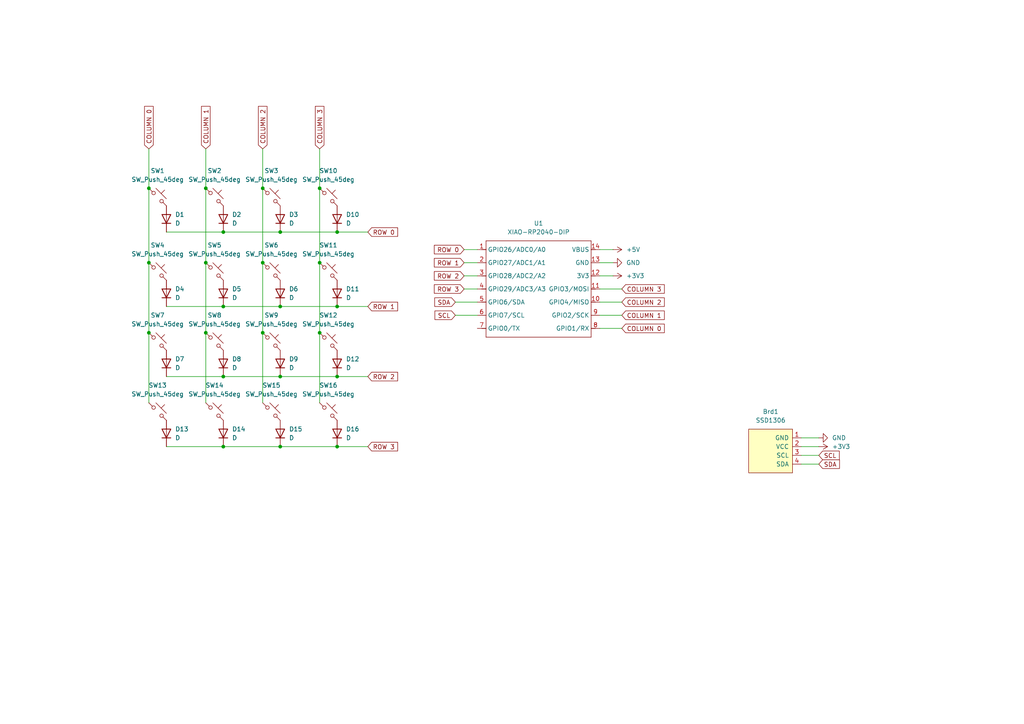
<source format=kicad_sch>
(kicad_sch (version 20250114) (generator "eeschema") (generator_version "9.0")
  (paper "A4")
  (lib_symbols
    (symbol "Device:D" (pin_numbers (hide yes)) (pin_names (offset 1.016) (hide yes))
      (property "Reference" "D" (at 0 2.54 0))
      (property "Value" "D" (at 0 -2.54 0))
      (symbol "D_0_1"
        (polyline (pts (xy -1.27 1.27) (xy -1.27 -1.27)) (stroke (width 0.254)))
        (polyline (pts (xy 1.27 1.27) (xy 1.27 -1.27) (xy -1.27 0) (xy 1.27 1.27)) (stroke (width 0.254)))
        (polyline (pts (xy 1.27 0) (xy -1.27 0)))
      )
      (symbol "D_1_1"
        (pin passive line (at -3.81 0 0) (length 2.54) (name "K") (number "1"))
        (pin passive line (at 3.81 0 180) (length 2.54) (name "A") (number "2"))
      )
    )
    (symbol "SSD1306-128x64_OLED:SSD1306" (pin_names (offset 1.016))
      (property "Reference" "Brd" (at 0 -3.81 0))
      (property "Value" "SSD1306" (at 0 -1.27 0))
      (symbol "SSD1306_0_1"
        (rectangle (start -6.35 6.35) (end 6.35 -6.35) (fill (type background)))
      )
      (symbol "SSD1306_1_1"
        (pin input line (at -3.81 8.89 270) (length 2.54) (name "GND") (number "1"))
        (pin input line (at -1.27 8.89 270) (length 2.54) (name "VCC") (number "2"))
        (pin input line (at 1.27 8.89 270) (length 2.54) (name "SCL") (number "3"))
        (pin input line (at 3.81 8.89 270) (length 2.54) (name "SDA") (number "4"))
      )
    )
    (symbol "Seeed_Studio_XIAO_Series:XIAO-RP2040-DIP"
      (property "Reference" "U" (at 0 0 0))
      (property "Value" "XIAO-RP2040-DIP" (at 5.334 -1.778 0))
      (symbol "XIAO-RP2040-DIP_1_0"
        (polyline (pts (xy -1.27 -2.54) (xy 29.21 -2.54)) (stroke (width 0.1524)))
        (polyline (pts (xy -1.27 -5.08) (xy -2.54 -5.08)) (stroke (width 0.1524)))
        (polyline (pts (xy -1.27 -5.08) (xy -1.27 -2.54)) (stroke (width 0.1524)))
        (polyline (pts (xy -1.27 -8.89) (xy -2.54 -8.89)) (stroke (width 0.1524)))
        (polyline (pts (xy -1.27 -8.89) (xy -1.27 -5.08)) (stroke (width 0.1524)))
        (polyline (pts (xy -1.27 -12.7) (xy -2.54 -12.7)) (stroke (width 0.1524)))
        (polyline (pts (xy -1.27 -12.7) (xy -1.27 -8.89)) (stroke (width 0.1524)))
        (polyline (pts (xy -1.27 -16.51) (xy -2.54 -16.51)) (stroke (width 0.1524)))
        (polyline (pts (xy -1.27 -16.51) (xy -1.27 -12.7)) (stroke (width 0.1524)))
        (polyline (pts (xy -1.27 -20.32) (xy -2.54 -20.32)) (stroke (width 0.1524)))
        (polyline (pts (xy -1.27 -24.13) (xy -2.54 -24.13)) (stroke (width 0.1524)))
        (polyline (pts (xy -1.27 -27.94) (xy -2.54 -27.94)) (stroke (width 0.1524)))
        (polyline (pts (xy -1.27 -30.48) (xy -1.27 -16.51)) (stroke (width 0.1524)))
        (polyline (pts (xy 29.21 -2.54) (xy 29.21 -5.08)) (stroke (width 0.1524)))
        (polyline (pts (xy 29.21 -5.08) (xy 29.21 -8.89)) (stroke (width 0.1524)))
        (polyline (pts (xy 29.21 -8.89) (xy 29.21 -12.7)) (stroke (width 0.1524)))
        (polyline (pts (xy 29.21 -12.7) (xy 29.21 -30.48)) (stroke (width 0.1524)))
        (polyline (pts (xy 29.21 -30.48) (xy -1.27 -30.48)) (stroke (width 0.1524)))
        (polyline (pts (xy 30.48 -5.08) (xy 29.21 -5.08)) (stroke (width 0.1524)))
        (polyline (pts (xy 30.48 -8.89) (xy 29.21 -8.89)) (stroke (width 0.1524)))
        (polyline (pts (xy 30.48 -12.7) (xy 29.21 -12.7)) (stroke (width 0.1524)))
        (polyline (pts (xy 30.48 -16.51) (xy 29.21 -16.51)) (stroke (width 0.1524)))
        (polyline (pts (xy 30.48 -20.32) (xy 29.21 -20.32)) (stroke (width 0.1524)))
        (polyline (pts (xy 30.48 -24.13) (xy 29.21 -24.13)) (stroke (width 0.1524)))
        (polyline (pts (xy 30.48 -27.94) (xy 29.21 -27.94)) (stroke (width 0.1524)))
        (pin passive line (at -3.81 -5.08 0) (length 2.54) (name "GPIO26/ADC0/A0") (number "1"))
        (pin passive line (at -3.81 -8.89 0) (length 2.54) (name "GPIO27/ADC1/A1") (number "2"))
        (pin passive line (at -3.81 -12.7 0) (length 2.54) (name "GPIO28/ADC2/A2") (number "3"))
        (pin passive line (at -3.81 -16.51 0) (length 2.54) (name "GPIO29/ADC3/A3") (number "4"))
        (pin passive line (at -3.81 -20.32 0) (length 2.54) (name "GPIO6/SDA") (number "5"))
        (pin passive line (at -3.81 -24.13 0) (length 2.54) (name "GPIO7/SCL") (number "6"))
        (pin passive line (at -3.81 -27.94 0) (length 2.54) (name "GPIO0/TX") (number "7"))
        (pin passive line (at 31.75 -5.08 180) (length 2.54) (name "VBUS") (number "14"))
        (pin passive line (at 31.75 -8.89 180) (length 2.54) (name "GND") (number "13"))
        (pin passive line (at 31.75 -12.7 180) (length 2.54) (name "3V3") (number "12"))
        (pin passive line (at 31.75 -16.51 180) (length 2.54) (name "GPIO3/MOSI") (number "11"))
        (pin passive line (at 31.75 -20.32 180) (length 2.54) (name "GPIO4/MISO") (number "10"))
        (pin passive line (at 31.75 -24.13 180) (length 2.54) (name "GPIO2/SCK") (number "9"))
        (pin passive line (at 31.75 -27.94 180) (length 2.54) (name "GPIO1/RX") (number "8"))
      )
    )
    (symbol "Switch:SW_Push_45deg" (pin_numbers (hide yes)) (pin_names (offset 1.016) (hide yes))
      (property "Reference" "SW" (at 3.048 1.016 0))
      (property "Value" "SW_Push_45deg" (at 0 -3.81 0))
      (symbol "SW_Push_45deg_0_1"
        (polyline (pts (xy -2.54 2.54) (xy -1.524 1.524) (xy -1.524 1.524)))
        (circle (center -1.1684 1.1684) (radius 0.508))
        (polyline (pts (xy -0.508 2.54) (xy 2.54 -0.508)))
        (polyline (pts (xy 1.016 1.016) (xy 2.032 2.032)))
        (circle (center 1.143 -1.1938) (radius 0.508))
        (polyline (pts (xy 1.524 -1.524) (xy 2.54 -2.54) (xy 2.54 -2.54) (xy 2.54 -2.54)))
        (pin passive line (at -2.54 2.54 0) (length 0) (name "1") (number "1"))
        (pin passive line (at 2.54 -2.54 180) (length 0) (name "2") (number "2"))
      )
    )
    (symbol "power:+3V3" (power) (pin_numbers (hide yes)) (pin_names (offset 0) (hide yes))
      (property "Value" "+3V3" (at 0 3.556 0))
      (symbol "+3V3_0_1"
        (polyline (pts (xy -0.762 1.27) (xy 0 2.54)))
        (polyline (pts (xy 0 2.54) (xy 0.762 1.27)))
        (polyline (pts (xy 0 0) (xy 0 2.54)))
      )
      (symbol "+3V3_1_1"
        (pin power_in line (at 0 0 90) (length 0) (name "~") (number "1"))
      )
    )
    (symbol "power:+5V" (power) (pin_numbers (hide yes)) (pin_names (offset 0) (hide yes))
      (property "Value" "+5V" (at 0 3.556 0))
      (symbol "+5V_0_1"
        (polyline (pts (xy -0.762 1.27) (xy 0 2.54)))
        (polyline (pts (xy 0 2.54) (xy 0.762 1.27)))
        (polyline (pts (xy 0 0) (xy 0 2.54)))
      )
      (symbol "+5V_1_1"
        (pin power_in line (at 0 0 90) (length 0) (name "~") (number "1"))
      )
    )
    (symbol "power:GND" (power) (pin_numbers (hide yes)) (pin_names (offset 0) (hide yes))
      (property "Value" "GND" (at 0 -3.81 0))
      (symbol "GND_0_1"
        (polyline (pts (xy 0 0) (xy 0 -1.27) (xy 1.27 -1.27) (xy 0 -2.54) (xy -1.27 -1.27) (xy 0 -1.27)))
      )
      (symbol "GND_1_1"
        (pin power_in line (at 0 0 270) (length 0) (name "~") (number "1"))
      )
    )
  )
  (junction (at 64.77 109.22))
  (junction (at 64.77 129.54))
  (junction (at 92.71 76.2))
  (junction (at 43.18 54.61))
  (junction (at 76.2 76.2))
  (junction (at 43.18 76.2))
  (junction (at 92.71 96.52))
  (junction (at 97.79 109.22))
  (junction (at 81.28 129.54))
  (junction (at 81.28 88.9))
  (junction (at 59.69 76.2))
  (junction (at 81.28 109.22))
  (junction (at 59.69 96.52))
  (junction (at 59.69 54.61))
  (junction (at 43.18 96.52))
  (junction (at 92.71 54.61))
  (junction (at 97.79 67.31))
  (junction (at 76.2 54.61))
  (junction (at 76.2 96.52))
  (junction (at 97.79 129.54))
  (junction (at 64.77 67.31))
  (junction (at 97.79 88.9))
  (junction (at 81.28 67.31))
  (junction (at 64.77 88.9))
  (wire (pts (xy 232.41 127) (xy 237.49 127)))
  (wire (pts (xy 59.69 54.61) (xy 59.69 76.2)))
  (wire (pts (xy 180.34 95.25) (xy 173.99 95.25)))
  (wire (pts (xy 173.99 83.82) (xy 180.34 83.82)))
  (wire (pts (xy 48.26 88.9) (xy 64.77 88.9)))
  (wire (pts (xy 43.18 43.18) (xy 43.18 54.61)))
  (wire (pts (xy 97.79 67.31) (xy 106.68 67.31)))
  (wire (pts (xy 59.69 43.18) (xy 59.69 54.61)))
  (wire (pts (xy 173.99 87.63) (xy 180.34 87.63)))
  (wire (pts (xy 81.28 109.22) (xy 97.79 109.22)))
  (wire (pts (xy 232.41 132.08) (xy 237.49 132.08)))
  (wire (pts (xy 134.62 83.82) (xy 138.43 83.82)))
  (wire (pts (xy 173.99 72.39) (xy 177.8 72.39)))
  (wire (pts (xy 76.2 96.52) (xy 76.2 116.84)))
  (wire (pts (xy 43.18 54.61) (xy 43.18 76.2)))
  (wire (pts (xy 97.79 129.54) (xy 106.68 129.54)))
  (wire (pts (xy 64.77 129.54) (xy 81.28 129.54)))
  (wire (pts (xy 97.79 109.22) (xy 106.68 109.22)))
  (wire (pts (xy 76.2 43.18) (xy 76.2 54.61)))
  (wire (pts (xy 92.71 76.2) (xy 92.71 96.52)))
  (wire (pts (xy 81.28 129.54) (xy 97.79 129.54)))
  (wire (pts (xy 134.62 80.01) (xy 138.43 80.01)))
  (wire (pts (xy 76.2 54.61) (xy 76.2 76.2)))
  (wire (pts (xy 81.28 88.9) (xy 97.79 88.9)))
  (wire (pts (xy 81.28 67.31) (xy 97.79 67.31)))
  (wire (pts (xy 48.26 129.54) (xy 64.77 129.54)))
  (wire (pts (xy 92.71 96.52) (xy 92.71 116.84)))
  (wire (pts (xy 64.77 67.31) (xy 81.28 67.31)))
  (wire (pts (xy 132.08 87.63) (xy 138.43 87.63)))
  (wire (pts (xy 76.2 76.2) (xy 76.2 96.52)))
  (wire (pts (xy 48.26 67.31) (xy 64.77 67.31)))
  (wire (pts (xy 64.77 109.22) (xy 81.28 109.22)))
  (wire (pts (xy 92.71 54.61) (xy 92.71 76.2)))
  (wire (pts (xy 43.18 76.2) (xy 43.18 96.52)))
  (wire (pts (xy 232.41 134.62) (xy 237.49 134.62)))
  (wire (pts (xy 173.99 76.2) (xy 177.8 76.2)))
  (wire (pts (xy 64.77 88.9) (xy 81.28 88.9)))
  (wire (pts (xy 43.18 96.52) (xy 43.18 116.84)))
  (wire (pts (xy 97.79 88.9) (xy 106.68 88.9)))
  (wire (pts (xy 59.69 76.2) (xy 59.69 96.52)))
  (wire (pts (xy 232.41 129.54) (xy 237.49 129.54)))
  (wire (pts (xy 48.26 109.22) (xy 64.77 109.22)))
  (wire (pts (xy 92.71 43.18) (xy 92.71 54.61)))
  (wire (pts (xy 173.99 91.44) (xy 180.34 91.44)))
  (wire (pts (xy 134.62 76.2) (xy 138.43 76.2)))
  (wire (pts (xy 134.62 72.39) (xy 138.43 72.39)))
  (wire (pts (xy 173.99 80.01) (xy 177.8 80.01)))
  (wire (pts (xy 59.69 96.52) (xy 59.69 116.84)))
  (wire (pts (xy 132.08 91.44) (xy 138.43 91.44)))
  (global_label "ROW 1" (shape input) (at 134.62 76.2 180) (property "Intersheetrefs" "${INTERSHEET_REFS}" (effects (hide yes))))
  (global_label "ROW 3" (shape input) (at 134.62 83.82 180) (property "Intersheetrefs" "${INTERSHEET_REFS}" (effects (hide yes))))
  (global_label "COLUMN 0" (shape input) (at 180.34 95.25 0) (property "Intersheetrefs" "${INTERSHEET_REFS}" (effects (hide yes))))
  (global_label "COLUMN 2" (shape input) (at 76.2 43.18 90) (property "Intersheetrefs" "${INTERSHEET_REFS}" (effects (hide yes))))
  (global_label "ROW 2" (shape input) (at 106.68 109.22 0) (property "Intersheetrefs" "${INTERSHEET_REFS}" (effects (hide yes))))
  (global_label "COLUMN 0" (shape input) (at 43.18 43.18 90) (property "Intersheetrefs" "${INTERSHEET_REFS}" (effects (hide yes))))
  (global_label "ROW 0" (shape input) (at 134.62 72.39 180) (property "Intersheetrefs" "${INTERSHEET_REFS}" (effects (hide yes))))
  (global_label "SCL" (shape input) (at 237.49 132.08 0) (property "Intersheetrefs" "${INTERSHEET_REFS}" (effects (hide yes))))
  (global_label "ROW 3" (shape input) (at 106.68 129.54 0) (property "Intersheetrefs" "${INTERSHEET_REFS}" (effects (hide yes))))
  (global_label "ROW 0" (shape input) (at 106.68 67.31 0) (property "Intersheetrefs" "${INTERSHEET_REFS}" (effects (hide yes))))
  (global_label "COLUMN 1" (shape input) (at 180.34 91.44 0) (property "Intersheetrefs" "${INTERSHEET_REFS}" (effects (hide yes))))
  (global_label "SCL" (shape input) (at 132.08 91.44 180) (property "Intersheetrefs" "${INTERSHEET_REFS}" (effects (hide yes))))
  (global_label "COLUMN 3" (shape input) (at 180.34 83.82 0) (property "Intersheetrefs" "${INTERSHEET_REFS}" (effects (hide yes))))
  (global_label "COLUMN 1" (shape input) (at 59.69 43.18 90) (property "Intersheetrefs" "${INTERSHEET_REFS}" (effects (hide yes))))
  (global_label "ROW 2" (shape input) (at 134.62 80.01 180) (property "Intersheetrefs" "${INTERSHEET_REFS}" (effects (hide yes))))
  (global_label "COLUMN 2" (shape input) (at 180.34 87.63 0) (property "Intersheetrefs" "${INTERSHEET_REFS}" (effects (hide yes))))
  (global_label "SDA" (shape input) (at 237.49 134.62 0) (property "Intersheetrefs" "${INTERSHEET_REFS}" (effects (hide yes))))
  (global_label "SDA" (shape input) (at 132.08 87.63 180) (property "Intersheetrefs" "${INTERSHEET_REFS}" (effects (hide yes))))
  (global_label "COLUMN 3" (shape input) (at 92.71 43.18 90) (property "Intersheetrefs" "${INTERSHEET_REFS}" (effects (hide yes))))
  (global_label "ROW 1" (shape input) (at 106.68 88.9 0) (property "Intersheetrefs" "${INTERSHEET_REFS}" (effects (hide yes))))
  (symbol (lib_id "Device:D") (at 81.28 85.09 90) (unit 1)
    (property "Reference" "D6" (at 83.82 83.8199 90) (effects (justify right)))
    (property "Value" "D" (at 83.82 86.3599 90) (effects (justify right)))
    (property "Footprint" "Diode_SMD:D_0805_2012Metric_Pad1.15x1.40mm_HandSolder" (effects (hide yes)))
    (property "Description" "Diode" (effects (hide yes)))
    (property "Sim.Device" "D" (effects (hide yes)))
    (property "Sim.Pins" "1=K 2=A" (effects (hide yes)))
  )
  (symbol (lib_id "power:+5V") (at 177.8 72.39 270) (unit 1)
    (property "Reference" "#PWR02" (effects (hide yes)))
    (property "Value" "+5V" (at 181.61 72.3899 90) (effects (justify left)))
    (property "Description" "Power symbol creates a global label with name \"+5V\"" (effects (hide yes)))
  )
  (symbol (lib_id "Seeed_Studio_XIAO_Series:XIAO-RP2040-DIP") (at 142.24 67.31 0) (unit 1)
    (property "Reference" "U1" (at 156.21 64.77 0))
    (property "Value" "XIAO-RP2040-DIP" (at 156.21 67.31 0))
    (property "Footprint" "Seeed Studio XIAO Series Library:XIAO-RP2040-DIP" (effects (hide yes)))
  )
  (symbol (lib_id "power:GND") (at 237.49 127 90) (unit 1)
    (property "Reference" "#PWR04" (effects (hide yes)))
    (property "Value" "GND" (at 241.3 126.9999 90) (effects (justify right)))
    (property "Description" "Power symbol creates a global label with name \"GND\" , ground" (effects (hide yes)))
  )
  (symbol (lib_id "Switch:SW_Push_45deg") (at 62.23 57.15 0) (unit 1)
    (property "Reference" "SW2" (at 62.23 49.53 0))
    (property "Value" "SW_Push_45deg" (at 62.23 52.07 0))
    (property "Footprint" "Button_Switch_Keyboard:SW_Cherry_MX_1.00u_PCB" (effects (hide yes)))
    (property "Description" "Push button switch, normally open, two pins, 45° tilted" (effects (hide yes)))
  )
  (symbol (lib_id "Switch:SW_Push_45deg") (at 45.72 78.74 0) (unit 1)
    (property "Reference" "SW4" (at 45.72 71.12 0))
    (property "Value" "SW_Push_45deg" (at 45.72 73.66 0))
    (property "Footprint" "Button_Switch_Keyboard:SW_Cherry_MX_1.00u_PCB" (effects (hide yes)))
    (property "Description" "Push button switch, normally open, two pins, 45° tilted" (effects (hide yes)))
  )
  (symbol (lib_id "Switch:SW_Push_45deg") (at 62.23 99.06 0) (unit 1)
    (property "Reference" "SW8" (at 62.23 91.44 0))
    (property "Value" "SW_Push_45deg" (at 62.23 93.98 0))
    (property "Footprint" "Button_Switch_Keyboard:SW_Cherry_MX_1.00u_PCB" (effects (hide yes)))
    (property "Description" "Push button switch, normally open, two pins, 45° tilted" (effects (hide yes)))
  )
  (symbol (lib_id "Switch:SW_Push_45deg") (at 95.25 119.38 0) (unit 1)
    (property "Reference" "SW16" (at 95.25 111.76 0))
    (property "Value" "SW_Push_45deg" (at 95.25 114.3 0))
    (property "Footprint" "Button_Switch_Keyboard:SW_Cherry_MX_1.00u_PCB" (effects (hide yes)))
    (property "Description" "Push button switch, normally open, two pins, 45° tilted" (effects (hide yes)))
  )
  (symbol (lib_id "Switch:SW_Push_45deg") (at 45.72 99.06 0) (unit 1)
    (property "Reference" "SW7" (at 45.72 91.44 0))
    (property "Value" "SW_Push_45deg" (at 45.72 93.98 0))
    (property "Footprint" "Button_Switch_Keyboard:SW_Cherry_MX_1.00u_PCB" (effects (hide yes)))
    (property "Description" "Push button switch, normally open, two pins, 45° tilted" (effects (hide yes)))
  )
  (symbol (lib_id "Switch:SW_Push_45deg") (at 45.72 119.38 0) (unit 1)
    (property "Reference" "SW13" (at 45.72 111.76 0))
    (property "Value" "SW_Push_45deg" (at 45.72 114.3 0))
    (property "Footprint" "Button_Switch_Keyboard:SW_Cherry_MX_1.00u_PCB" (effects (hide yes)))
    (property "Description" "Push button switch, normally open, two pins, 45° tilted" (effects (hide yes)))
  )
  (symbol (lib_id "Device:D") (at 48.26 125.73 90) (unit 1)
    (property "Reference" "D13" (at 50.8 124.4599 90) (effects (justify right)))
    (property "Value" "D" (at 50.8 126.9999 90) (effects (justify right)))
    (property "Footprint" "Diode_SMD:D_0805_2012Metric_Pad1.15x1.40mm_HandSolder" (effects (hide yes)))
    (property "Description" "Diode" (effects (hide yes)))
    (property "Sim.Device" "D" (effects (hide yes)))
    (property "Sim.Pins" "1=K 2=A" (effects (hide yes)))
  )
  (symbol (lib_id "power:GND") (at 177.8 76.2 90) (unit 1)
    (property "Reference" "#PWR01" (effects (hide yes)))
    (property "Value" "GND" (at 181.61 76.1999 90) (effects (justify right)))
    (property "Description" "Power symbol creates a global label with name \"GND\" , ground" (effects (hide yes)))
  )
  (symbol (lib_id "Device:D") (at 64.77 85.09 90) (unit 1)
    (property "Reference" "D5" (at 67.31 83.8199 90) (effects (justify right)))
    (property "Value" "D" (at 67.31 86.3599 90) (effects (justify right)))
    (property "Footprint" "Diode_SMD:D_0805_2012Metric_Pad1.15x1.40mm_HandSolder" (effects (hide yes)))
    (property "Description" "Diode" (effects (hide yes)))
    (property "Sim.Device" "D" (effects (hide yes)))
    (property "Sim.Pins" "1=K 2=A" (effects (hide yes)))
  )
  (symbol (lib_id "Device:D") (at 97.79 125.73 90) (unit 1)
    (property "Reference" "D16" (at 100.33 124.4599 90) (effects (justify right)))
    (property "Value" "D" (at 100.33 126.9999 90) (effects (justify right)))
    (property "Footprint" "Diode_SMD:D_0805_2012Metric_Pad1.15x1.40mm_HandSolder" (effects (hide yes)))
    (property "Description" "Diode" (effects (hide yes)))
    (property "Sim.Device" "D" (effects (hide yes)))
    (property "Sim.Pins" "1=K 2=A" (effects (hide yes)))
  )
  (symbol (lib_id "Switch:SW_Push_45deg") (at 45.72 57.15 0) (unit 1)
    (property "Reference" "SW1" (at 45.72 49.53 0))
    (property "Value" "SW_Push_45deg" (at 45.72 52.07 0))
    (property "Footprint" "Button_Switch_Keyboard:SW_Cherry_MX_1.00u_PCB" (effects (hide yes)))
    (property "Description" "Push button switch, normally open, two pins, 45° tilted" (effects (hide yes)))
  )
  (symbol (lib_id "power:+3V3") (at 237.49 129.54 270) (unit 1)
    (property "Reference" "#PWR05" (effects (hide yes)))
    (property "Value" "+3V3" (at 241.3 129.5399 90) (effects (justify left)))
    (property "Description" "Power symbol creates a global label with name \"+3V3\"" (effects (hide yes)))
  )
  (symbol (lib_id "Switch:SW_Push_45deg") (at 95.25 57.15 0) (unit 1)
    (property "Reference" "SW10" (at 95.25 49.53 0))
    (property "Value" "SW_Push_45deg" (at 95.25 52.07 0))
    (property "Footprint" "Button_Switch_Keyboard:SW_Cherry_MX_1.00u_PCB" (effects (hide yes)))
    (property "Description" "Push button switch, normally open, two pins, 45° tilted" (effects (hide yes)))
  )
  (symbol (lib_id "Switch:SW_Push_45deg") (at 78.74 57.15 0) (unit 1)
    (property "Reference" "SW3" (at 78.74 49.53 0))
    (property "Value" "SW_Push_45deg" (at 78.74 52.07 0))
    (property "Footprint" "Button_Switch_Keyboard:SW_Cherry_MX_1.00u_PCB" (effects (hide yes)))
    (property "Description" "Push button switch, normally open, two pins, 45° tilted" (effects (hide yes)))
  )
  (symbol (lib_id "Device:D") (at 81.28 105.41 90) (unit 1)
    (property "Reference" "D9" (at 83.82 104.1399 90) (effects (justify right)))
    (property "Value" "D" (at 83.82 106.6799 90) (effects (justify right)))
    (property "Footprint" "Diode_SMD:D_0805_2012Metric_Pad1.15x1.40mm_HandSolder" (effects (hide yes)))
    (property "Description" "Diode" (effects (hide yes)))
    (property "Sim.Device" "D" (effects (hide yes)))
    (property "Sim.Pins" "1=K 2=A" (effects (hide yes)))
  )
  (symbol (lib_id "Device:D") (at 97.79 63.5 90) (unit 1)
    (property "Reference" "D10" (at 100.33 62.2299 90) (effects (justify right)))
    (property "Value" "D" (at 100.33 64.7699 90) (effects (justify right)))
    (property "Footprint" "Diode_SMD:D_0805_2012Metric_Pad1.15x1.40mm_HandSolder" (effects (hide yes)))
    (property "Description" "Diode" (effects (hide yes)))
    (property "Sim.Device" "D" (effects (hide yes)))
    (property "Sim.Pins" "1=K 2=A" (effects (hide yes)))
  )
  (symbol (lib_id "Device:D") (at 81.28 125.73 90) (unit 1)
    (property "Reference" "D15" (at 83.82 124.4599 90) (effects (justify right)))
    (property "Value" "D" (at 83.82 126.9999 90) (effects (justify right)))
    (property "Footprint" "Diode_SMD:D_0805_2012Metric_Pad1.15x1.40mm_HandSolder" (effects (hide yes)))
    (property "Description" "Diode" (effects (hide yes)))
    (property "Sim.Device" "D" (effects (hide yes)))
    (property "Sim.Pins" "1=K 2=A" (effects (hide yes)))
  )
  (symbol (lib_id "Switch:SW_Push_45deg") (at 78.74 99.06 0) (unit 1)
    (property "Reference" "SW9" (at 78.74 91.44 0))
    (property "Value" "SW_Push_45deg" (at 78.74 93.98 0))
    (property "Footprint" "Button_Switch_Keyboard:SW_Cherry_MX_1.00u_PCB" (effects (hide yes)))
    (property "Description" "Push button switch, normally open, two pins, 45° tilted" (effects (hide yes)))
  )
  (symbol (lib_id "Switch:SW_Push_45deg") (at 78.74 119.38 0) (unit 1)
    (property "Reference" "SW15" (at 78.74 111.76 0))
    (property "Value" "SW_Push_45deg" (at 78.74 114.3 0))
    (property "Footprint" "Button_Switch_Keyboard:SW_Cherry_MX_1.00u_PCB" (effects (hide yes)))
    (property "Description" "Push button switch, normally open, two pins, 45° tilted" (effects (hide yes)))
  )
  (symbol (lib_id "power:+3V3") (at 177.8 80.01 270) (unit 1)
    (property "Reference" "#PWR03" (effects (hide yes)))
    (property "Value" "+3V3" (at 181.61 80.0099 90) (effects (justify left)))
    (property "Description" "Power symbol creates a global label with name \"+3V3\"" (effects (hide yes)))
  )
  (symbol (lib_id "Device:D") (at 97.79 85.09 90) (unit 1)
    (property "Reference" "D11" (at 100.33 83.8199 90) (effects (justify right)))
    (property "Value" "D" (at 100.33 86.3599 90) (effects (justify right)))
    (property "Footprint" "Diode_SMD:D_0805_2012Metric_Pad1.15x1.40mm_HandSolder" (effects (hide yes)))
    (property "Description" "Diode" (effects (hide yes)))
    (property "Sim.Device" "D" (effects (hide yes)))
    (property "Sim.Pins" "1=K 2=A" (effects (hide yes)))
  )
  (symbol (lib_id "Switch:SW_Push_45deg") (at 78.74 78.74 0) (unit 1)
    (property "Reference" "SW6" (at 78.74 71.12 0))
    (property "Value" "SW_Push_45deg" (at 78.74 73.66 0))
    (property "Footprint" "Button_Switch_Keyboard:SW_Cherry_MX_1.00u_PCB" (effects (hide yes)))
    (property "Description" "Push button switch, normally open, two pins, 45° tilted" (effects (hide yes)))
  )
  (symbol (lib_id "Switch:SW_Push_45deg") (at 62.23 119.38 0) (unit 1)
    (property "Reference" "SW14" (at 62.23 111.76 0))
    (property "Value" "SW_Push_45deg" (at 62.23 114.3 0))
    (property "Footprint" "Button_Switch_Keyboard:SW_Cherry_MX_1.00u_PCB" (effects (hide yes)))
    (property "Description" "Push button switch, normally open, two pins, 45° tilted" (effects (hide yes)))
  )
  (symbol (lib_id "Device:D") (at 48.26 85.09 90) (unit 1)
    (property "Reference" "D4" (at 50.8 83.8199 90) (effects (justify right)))
    (property "Value" "D" (at 50.8 86.3599 90) (effects (justify right)))
    (property "Footprint" "Diode_SMD:D_0805_2012Metric_Pad1.15x1.40mm_HandSolder" (effects (hide yes)))
    (property "Description" "Diode" (effects (hide yes)))
    (property "Sim.Device" "D" (effects (hide yes)))
    (property "Sim.Pins" "1=K 2=A" (effects (hide yes)))
  )
  (symbol (lib_id "Device:D") (at 64.77 105.41 90) (unit 1)
    (property "Reference" "D8" (at 67.31 104.1399 90) (effects (justify right)))
    (property "Value" "D" (at 67.31 106.6799 90) (effects (justify right)))
    (property "Footprint" "Diode_SMD:D_0805_2012Metric_Pad1.15x1.40mm_HandSolder" (effects (hide yes)))
    (property "Description" "Diode" (effects (hide yes)))
    (property "Sim.Device" "D" (effects (hide yes)))
    (property "Sim.Pins" "1=K 2=A" (effects (hide yes)))
  )
  (symbol (lib_id "Device:D") (at 81.28 63.5 90) (unit 1)
    (property "Reference" "D3" (at 83.82 62.2299 90) (effects (justify right)))
    (property "Value" "D" (at 83.82 64.7699 90) (effects (justify right)))
    (property "Footprint" "Diode_SMD:D_0805_2012Metric_Pad1.15x1.40mm_HandSolder" (effects (hide yes)))
    (property "Description" "Diode" (effects (hide yes)))
    (property "Sim.Device" "D" (effects (hide yes)))
    (property "Sim.Pins" "1=K 2=A" (effects (hide yes)))
  )
  (symbol (lib_id "Device:D") (at 97.79 105.41 90) (unit 1)
    (property "Reference" "D12" (at 100.33 104.1399 90) (effects (justify right)))
    (property "Value" "D" (at 100.33 106.6799 90) (effects (justify right)))
    (property "Footprint" "Diode_SMD:D_0805_2012Metric_Pad1.15x1.40mm_HandSolder" (effects (hide yes)))
    (property "Description" "Diode" (effects (hide yes)))
    (property "Sim.Device" "D" (effects (hide yes)))
    (property "Sim.Pins" "1=K 2=A" (effects (hide yes)))
  )
  (symbol (lib_id "SSD1306-128x64_OLED:SSD1306") (at 223.52 130.81 270) (unit 1)
    (property "Reference" "Brd1" (at 223.52 119.38 90))
    (property "Value" "SSD1306" (at 223.52 121.92 90))
    (property "Footprint" "SSD1306:128x64OLED" (effects (hide yes)))
  )
  (symbol (lib_id "Device:D") (at 48.26 63.5 90) (unit 1)
    (property "Reference" "D1" (at 50.8 62.2299 90) (effects (justify right)))
    (property "Value" "D" (at 50.8 64.7699 90) (effects (justify right)))
    (property "Footprint" "Diode_SMD:D_0805_2012Metric_Pad1.15x1.40mm_HandSolder" (effects (hide yes)))
    (property "Description" "Diode" (effects (hide yes)))
    (property "Sim.Device" "D" (effects (hide yes)))
    (property "Sim.Pins" "1=K 2=A" (effects (hide yes)))
  )
  (symbol (lib_id "Device:D") (at 64.77 63.5 90) (unit 1)
    (property "Reference" "D2" (at 67.31 62.2299 90) (effects (justify right)))
    (property "Value" "D" (at 67.31 64.7699 90) (effects (justify right)))
    (property "Footprint" "Diode_SMD:D_0805_2012Metric_Pad1.15x1.40mm_HandSolder" (effects (hide yes)))
    (property "Description" "Diode" (effects (hide yes)))
    (property "Sim.Device" "D" (effects (hide yes)))
    (property "Sim.Pins" "1=K 2=A" (effects (hide yes)))
  )
  (symbol (lib_id "Switch:SW_Push_45deg") (at 95.25 99.06 0) (unit 1)
    (property "Reference" "SW12" (at 95.25 91.44 0))
    (property "Value" "SW_Push_45deg" (at 95.25 93.98 0))
    (property "Footprint" "Button_Switch_Keyboard:SW_Cherry_MX_1.00u_PCB" (effects (hide yes)))
    (property "Description" "Push button switch, normally open, two pins, 45° tilted" (effects (hide yes)))
  )
  (symbol (lib_id "Switch:SW_Push_45deg") (at 62.23 78.74 0) (unit 1)
    (property "Reference" "SW5" (at 62.23 71.12 0))
    (property "Value" "SW_Push_45deg" (at 62.23 73.66 0))
    (property "Footprint" "Button_Switch_Keyboard:SW_Cherry_MX_1.00u_PCB" (effects (hide yes)))
    (property "Description" "Push button switch, normally open, two pins, 45° tilted" (effects (hide yes)))
  )
  (symbol (lib_id "Switch:SW_Push_45deg") (at 95.25 78.74 0) (unit 1)
    (property "Reference" "SW11" (at 95.25 71.12 0))
    (property "Value" "SW_Push_45deg" (at 95.25 73.66 0))
    (property "Footprint" "Button_Switch_Keyboard:SW_Cherry_MX_1.00u_PCB" (effects (hide yes)))
    (property "Description" "Push button switch, normally open, two pins, 45° tilted" (effects (hide yes)))
  )
  (symbol (lib_id "Device:D") (at 48.26 105.41 90) (unit 1)
    (property "Reference" "D7" (at 50.8 104.1399 90) (effects (justify right)))
    (property "Value" "D" (at 50.8 106.6799 90) (effects (justify right)))
    (property "Footprint" "Diode_SMD:D_0805_2012Metric_Pad1.15x1.40mm_HandSolder" (effects (hide yes)))
    (property "Description" "Diode" (effects (hide yes)))
    (property "Sim.Device" "D" (effects (hide yes)))
    (property "Sim.Pins" "1=K 2=A" (effects (hide yes)))
  )
  (symbol (lib_id "Device:D") (at 64.77 125.73 90) (unit 1)
    (property "Reference" "D14" (at 67.31 124.4599 90) (effects (justify right)))
    (property "Value" "D" (at 67.31 126.9999 90) (effects (justify right)))
    (property "Footprint" "Diode_SMD:D_0805_2012Metric_Pad1.15x1.40mm_HandSolder" (effects (hide yes)))
    (property "Description" "Diode" (effects (hide yes)))
    (property "Sim.Device" "D" (effects (hide yes)))
    (property "Sim.Pins" "1=K 2=A" (effects (hide yes)))
  )
)
</source>
